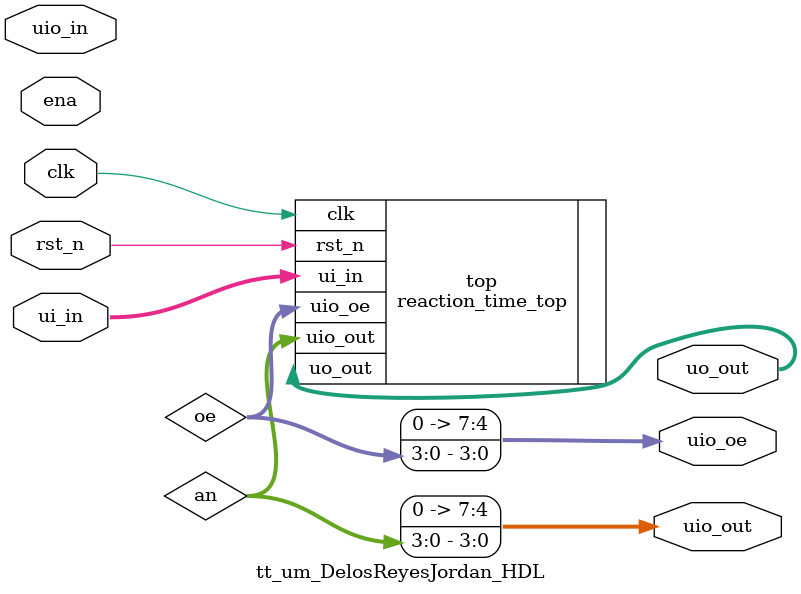
<source format=v>
module tt_um_DelosReyesJordan_HDL (
    input  wire [7:0] ui_in,
    output wire [7:0] uo_out,
    input  wire [7:0] uio_in,
    output wire [7:0] uio_out,
    output wire [7:0] uio_oe,
    input  wire       ena,
    input  wire       clk,
    input  wire       rst_n
);

    wire reset = ~rst_n;

    wire [3:0] an;
    wire [3:0] oe;

    reaction_time_top top (
        .ui_in(ui_in),
        .uo_out(uo_out),
        .uio_out(an),
        .uio_oe(oe),
        .clk(clk),
        .rst_n(rst_n)
    );

    assign uio_out[3:0] = an;
    assign uio_out[7:4] = 4'b0000;
    assign uio_oe[3:0]  = oe;
    assign uio_oe[7:4]  = 4'b0000;

    wire unused = (&uio_in) & ena;

endmodule

</source>
